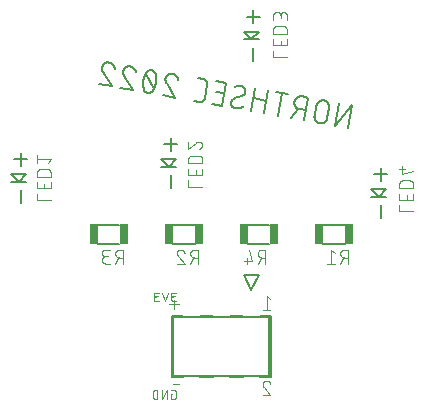
<source format=gbr>
G04 EAGLE Gerber RS-274X export*
G75*
%MOMM*%
%FSLAX34Y34*%
%LPD*%
%INSilkscreen Bottom*%
%IPPOS*%
%AMOC8*
5,1,8,0,0,1.08239X$1,22.5*%
G01*
%ADD10C,0.152400*%
%ADD11C,0.203200*%
%ADD12C,0.076200*%
%ADD13C,0.177800*%
%ADD14C,0.101600*%
%ADD15R,0.750100X1.750100*%


D10*
X115993Y305562D02*
X115993Y316738D01*
X242993Y318262D02*
X242993Y329438D01*
X420793Y304038D02*
X420793Y292862D01*
X312843Y426212D02*
X312843Y437388D01*
X312843Y457962D02*
X312843Y469138D01*
X307255Y463550D02*
X318431Y463550D01*
X420793Y335788D02*
X420793Y324612D01*
X415205Y330200D02*
X426381Y330200D01*
X242993Y350012D02*
X242993Y361188D01*
X237405Y355600D02*
X248581Y355600D01*
X115993Y348488D02*
X115993Y337312D01*
X110405Y342900D02*
X121581Y342900D01*
D11*
X120650Y330200D02*
X114300Y323850D01*
X107950Y330200D01*
X120650Y330200D01*
X241300Y336550D02*
X247650Y342900D01*
X241300Y336550D02*
X234950Y342900D01*
X247650Y342900D01*
X419100Y311150D02*
X425450Y317500D01*
X419100Y311150D02*
X412750Y317500D01*
X425450Y317500D01*
X311150Y444500D02*
X317500Y450850D01*
X311150Y444500D02*
X304800Y450850D01*
X317500Y450850D01*
X317500Y444500D02*
X304800Y444500D01*
X412750Y311150D02*
X425450Y311150D01*
X247650Y336550D02*
X234950Y336550D01*
X120650Y323850D02*
X107950Y323850D01*
D12*
X245223Y222631D02*
X247269Y222631D01*
X245223Y222631D02*
X245134Y222633D01*
X245045Y222639D01*
X244956Y222649D01*
X244868Y222662D01*
X244780Y222679D01*
X244693Y222701D01*
X244608Y222726D01*
X244523Y222754D01*
X244440Y222787D01*
X244358Y222823D01*
X244278Y222862D01*
X244200Y222905D01*
X244124Y222951D01*
X244049Y223001D01*
X243977Y223054D01*
X243908Y223110D01*
X243841Y223169D01*
X243776Y223230D01*
X243715Y223295D01*
X243656Y223362D01*
X243600Y223431D01*
X243547Y223503D01*
X243497Y223578D01*
X243451Y223654D01*
X243408Y223732D01*
X243369Y223812D01*
X243333Y223894D01*
X243300Y223977D01*
X243272Y224062D01*
X243247Y224147D01*
X243225Y224234D01*
X243208Y224322D01*
X243195Y224410D01*
X243185Y224499D01*
X243179Y224588D01*
X243177Y224677D01*
X243179Y224766D01*
X243185Y224855D01*
X243195Y224944D01*
X243208Y225032D01*
X243225Y225120D01*
X243247Y225207D01*
X243272Y225292D01*
X243300Y225377D01*
X243333Y225460D01*
X243369Y225542D01*
X243408Y225622D01*
X243451Y225700D01*
X243497Y225776D01*
X243547Y225851D01*
X243600Y225923D01*
X243656Y225992D01*
X243715Y226059D01*
X243776Y226124D01*
X243841Y226185D01*
X243908Y226244D01*
X243977Y226300D01*
X244049Y226353D01*
X244124Y226403D01*
X244200Y226449D01*
X244278Y226492D01*
X244358Y226531D01*
X244440Y226567D01*
X244523Y226600D01*
X244608Y226628D01*
X244693Y226653D01*
X244780Y226675D01*
X244868Y226692D01*
X244956Y226705D01*
X245045Y226715D01*
X245134Y226721D01*
X245223Y226723D01*
X244814Y229997D02*
X247269Y229997D01*
X244814Y229997D02*
X244735Y229995D01*
X244656Y229989D01*
X244577Y229980D01*
X244499Y229967D01*
X244422Y229949D01*
X244346Y229929D01*
X244271Y229904D01*
X244197Y229876D01*
X244124Y229845D01*
X244053Y229809D01*
X243984Y229771D01*
X243917Y229729D01*
X243852Y229684D01*
X243789Y229636D01*
X243728Y229585D01*
X243671Y229531D01*
X243615Y229475D01*
X243563Y229416D01*
X243513Y229354D01*
X243467Y229290D01*
X243423Y229224D01*
X243383Y229156D01*
X243347Y229086D01*
X243313Y229014D01*
X243283Y228940D01*
X243257Y228866D01*
X243234Y228790D01*
X243216Y228713D01*
X243200Y228636D01*
X243189Y228557D01*
X243181Y228479D01*
X243177Y228400D01*
X243177Y228320D01*
X243181Y228241D01*
X243189Y228163D01*
X243200Y228084D01*
X243216Y228007D01*
X243234Y227930D01*
X243257Y227854D01*
X243283Y227780D01*
X243313Y227706D01*
X243347Y227634D01*
X243383Y227564D01*
X243423Y227496D01*
X243467Y227430D01*
X243513Y227366D01*
X243563Y227304D01*
X243615Y227245D01*
X243671Y227189D01*
X243728Y227135D01*
X243789Y227084D01*
X243852Y227036D01*
X243917Y226991D01*
X243984Y226949D01*
X244053Y226911D01*
X244124Y226875D01*
X244197Y226844D01*
X244271Y226816D01*
X244346Y226791D01*
X244422Y226771D01*
X244499Y226753D01*
X244577Y226740D01*
X244656Y226731D01*
X244735Y226725D01*
X244814Y226723D01*
X246451Y226723D01*
X240363Y229997D02*
X237908Y222631D01*
X235452Y229997D01*
X232639Y222631D02*
X230593Y222631D01*
X230504Y222633D01*
X230415Y222639D01*
X230326Y222649D01*
X230238Y222662D01*
X230150Y222679D01*
X230063Y222701D01*
X229978Y222726D01*
X229893Y222754D01*
X229810Y222787D01*
X229728Y222823D01*
X229648Y222862D01*
X229570Y222905D01*
X229494Y222951D01*
X229419Y223001D01*
X229347Y223054D01*
X229278Y223110D01*
X229211Y223169D01*
X229146Y223230D01*
X229085Y223295D01*
X229026Y223362D01*
X228970Y223431D01*
X228917Y223503D01*
X228867Y223578D01*
X228821Y223654D01*
X228778Y223732D01*
X228739Y223812D01*
X228703Y223894D01*
X228670Y223977D01*
X228642Y224062D01*
X228617Y224147D01*
X228595Y224234D01*
X228578Y224322D01*
X228565Y224410D01*
X228555Y224499D01*
X228549Y224588D01*
X228547Y224677D01*
X228549Y224766D01*
X228555Y224855D01*
X228565Y224944D01*
X228578Y225032D01*
X228595Y225120D01*
X228617Y225207D01*
X228642Y225292D01*
X228670Y225377D01*
X228703Y225460D01*
X228739Y225542D01*
X228778Y225622D01*
X228821Y225700D01*
X228867Y225776D01*
X228917Y225851D01*
X228970Y225923D01*
X229026Y225992D01*
X229085Y226059D01*
X229146Y226124D01*
X229211Y226185D01*
X229278Y226244D01*
X229347Y226300D01*
X229419Y226353D01*
X229494Y226403D01*
X229570Y226449D01*
X229648Y226492D01*
X229728Y226531D01*
X229810Y226567D01*
X229893Y226600D01*
X229978Y226628D01*
X230063Y226653D01*
X230150Y226675D01*
X230238Y226692D01*
X230326Y226705D01*
X230415Y226715D01*
X230504Y226721D01*
X230593Y226723D01*
X230183Y229997D02*
X232639Y229997D01*
X230183Y229997D02*
X230104Y229995D01*
X230025Y229989D01*
X229946Y229980D01*
X229868Y229967D01*
X229791Y229949D01*
X229715Y229929D01*
X229640Y229904D01*
X229566Y229876D01*
X229493Y229845D01*
X229422Y229809D01*
X229353Y229771D01*
X229286Y229729D01*
X229221Y229684D01*
X229158Y229636D01*
X229097Y229585D01*
X229040Y229531D01*
X228984Y229475D01*
X228932Y229416D01*
X228882Y229354D01*
X228836Y229290D01*
X228792Y229224D01*
X228752Y229156D01*
X228716Y229086D01*
X228682Y229014D01*
X228652Y228940D01*
X228626Y228866D01*
X228603Y228790D01*
X228585Y228713D01*
X228569Y228636D01*
X228558Y228557D01*
X228550Y228479D01*
X228546Y228400D01*
X228546Y228320D01*
X228550Y228241D01*
X228558Y228163D01*
X228569Y228084D01*
X228585Y228007D01*
X228603Y227930D01*
X228626Y227854D01*
X228652Y227780D01*
X228682Y227706D01*
X228716Y227634D01*
X228752Y227564D01*
X228792Y227496D01*
X228836Y227430D01*
X228882Y227366D01*
X228932Y227304D01*
X228984Y227245D01*
X229040Y227189D01*
X229097Y227135D01*
X229158Y227084D01*
X229221Y227036D01*
X229286Y226991D01*
X229353Y226949D01*
X229422Y226911D01*
X229493Y226875D01*
X229566Y226844D01*
X229640Y226816D01*
X229715Y226791D01*
X229791Y226771D01*
X229868Y226753D01*
X229946Y226740D01*
X230025Y226731D01*
X230104Y226725D01*
X230183Y226723D01*
X231820Y226723D01*
X243177Y144173D02*
X244404Y144173D01*
X243177Y144173D02*
X243177Y140081D01*
X245632Y140081D01*
X245710Y140083D01*
X245788Y140088D01*
X245865Y140098D01*
X245942Y140111D01*
X246018Y140127D01*
X246093Y140147D01*
X246167Y140171D01*
X246240Y140198D01*
X246312Y140229D01*
X246382Y140263D01*
X246451Y140300D01*
X246517Y140341D01*
X246582Y140385D01*
X246644Y140431D01*
X246704Y140481D01*
X246762Y140533D01*
X246817Y140588D01*
X246869Y140646D01*
X246919Y140706D01*
X246965Y140768D01*
X247009Y140833D01*
X247050Y140900D01*
X247087Y140968D01*
X247121Y141038D01*
X247152Y141110D01*
X247179Y141183D01*
X247203Y141257D01*
X247223Y141332D01*
X247239Y141408D01*
X247252Y141485D01*
X247262Y141562D01*
X247267Y141640D01*
X247269Y141718D01*
X247269Y145810D01*
X247267Y145888D01*
X247262Y145966D01*
X247252Y146043D01*
X247239Y146120D01*
X247223Y146196D01*
X247203Y146271D01*
X247179Y146345D01*
X247152Y146418D01*
X247121Y146490D01*
X247087Y146560D01*
X247050Y146629D01*
X247009Y146695D01*
X246965Y146760D01*
X246919Y146822D01*
X246869Y146882D01*
X246817Y146940D01*
X246762Y146995D01*
X246704Y147047D01*
X246644Y147097D01*
X246582Y147143D01*
X246517Y147187D01*
X246451Y147228D01*
X246382Y147265D01*
X246312Y147299D01*
X246240Y147330D01*
X246167Y147357D01*
X246093Y147381D01*
X246018Y147401D01*
X245942Y147417D01*
X245865Y147430D01*
X245788Y147440D01*
X245710Y147445D01*
X245632Y147447D01*
X243177Y147447D01*
X239466Y147447D02*
X239466Y140081D01*
X235374Y140081D02*
X239466Y147447D01*
X235374Y147447D02*
X235374Y140081D01*
X231663Y140081D02*
X231663Y147447D01*
X229617Y147447D01*
X229528Y147445D01*
X229439Y147439D01*
X229350Y147429D01*
X229262Y147416D01*
X229174Y147399D01*
X229087Y147377D01*
X229002Y147352D01*
X228917Y147324D01*
X228834Y147291D01*
X228752Y147255D01*
X228672Y147216D01*
X228594Y147173D01*
X228518Y147127D01*
X228443Y147077D01*
X228371Y147024D01*
X228302Y146968D01*
X228235Y146909D01*
X228170Y146848D01*
X228109Y146783D01*
X228050Y146716D01*
X227994Y146647D01*
X227941Y146575D01*
X227891Y146500D01*
X227845Y146424D01*
X227802Y146346D01*
X227763Y146266D01*
X227727Y146184D01*
X227694Y146101D01*
X227666Y146016D01*
X227641Y145931D01*
X227619Y145844D01*
X227602Y145756D01*
X227589Y145668D01*
X227579Y145579D01*
X227573Y145490D01*
X227571Y145401D01*
X227571Y142127D01*
X227573Y142038D01*
X227579Y141949D01*
X227589Y141860D01*
X227602Y141772D01*
X227619Y141684D01*
X227641Y141597D01*
X227666Y141512D01*
X227694Y141427D01*
X227727Y141344D01*
X227763Y141262D01*
X227802Y141182D01*
X227845Y141104D01*
X227891Y141028D01*
X227941Y140953D01*
X227994Y140881D01*
X228050Y140812D01*
X228109Y140745D01*
X228170Y140680D01*
X228235Y140619D01*
X228302Y140560D01*
X228371Y140504D01*
X228443Y140451D01*
X228518Y140401D01*
X228594Y140355D01*
X228672Y140312D01*
X228752Y140273D01*
X228834Y140237D01*
X228917Y140204D01*
X229002Y140176D01*
X229087Y140151D01*
X229174Y140129D01*
X229262Y140112D01*
X229350Y140099D01*
X229439Y140089D01*
X229528Y140083D01*
X229617Y140081D01*
X231663Y140081D01*
D13*
X392979Y369330D02*
X396375Y388591D01*
X382278Y371217D01*
X385675Y390477D01*
X376923Y386504D02*
X375413Y377944D01*
X376922Y386504D02*
X376946Y386648D01*
X376965Y386792D01*
X376981Y386937D01*
X376993Y387083D01*
X377001Y387228D01*
X377005Y387374D01*
X377005Y387520D01*
X377001Y387666D01*
X376993Y387811D01*
X376981Y387957D01*
X376965Y388102D01*
X376946Y388246D01*
X376922Y388390D01*
X376895Y388534D01*
X376864Y388676D01*
X376829Y388818D01*
X376790Y388959D01*
X376748Y389098D01*
X376702Y389236D01*
X376652Y389374D01*
X376598Y389509D01*
X376541Y389643D01*
X376480Y389776D01*
X376416Y389907D01*
X376348Y390036D01*
X376277Y390163D01*
X376202Y390289D01*
X376125Y390412D01*
X376043Y390533D01*
X375959Y390652D01*
X375871Y390769D01*
X375780Y390883D01*
X375687Y390995D01*
X375590Y391104D01*
X375490Y391211D01*
X375388Y391314D01*
X375283Y391415D01*
X375175Y391514D01*
X375064Y391609D01*
X374951Y391701D01*
X374836Y391790D01*
X374718Y391876D01*
X374598Y391959D01*
X374476Y392039D01*
X374351Y392115D01*
X374225Y392188D01*
X374097Y392258D01*
X373967Y392324D01*
X373835Y392386D01*
X373702Y392445D01*
X373567Y392501D01*
X373430Y392552D01*
X373292Y392600D01*
X373153Y392645D01*
X373013Y392685D01*
X372872Y392722D01*
X372730Y392755D01*
X372587Y392784D01*
X372444Y392810D01*
X372299Y392831D01*
X372154Y392849D01*
X372009Y392862D01*
X371864Y392872D01*
X371718Y392878D01*
X371572Y392880D01*
X371426Y392878D01*
X371280Y392872D01*
X371135Y392862D01*
X370990Y392849D01*
X370845Y392831D01*
X370700Y392810D01*
X370557Y392784D01*
X370414Y392755D01*
X370272Y392722D01*
X370131Y392685D01*
X369991Y392645D01*
X369852Y392600D01*
X369714Y392552D01*
X369577Y392501D01*
X369442Y392445D01*
X369309Y392386D01*
X369177Y392324D01*
X369047Y392258D01*
X368919Y392188D01*
X368793Y392115D01*
X368668Y392039D01*
X368546Y391959D01*
X368426Y391876D01*
X368308Y391790D01*
X368193Y391701D01*
X368080Y391609D01*
X367969Y391514D01*
X367861Y391415D01*
X367756Y391314D01*
X367654Y391211D01*
X367554Y391104D01*
X367457Y390995D01*
X367364Y390883D01*
X367273Y390769D01*
X367185Y390652D01*
X367101Y390533D01*
X367019Y390412D01*
X366942Y390289D01*
X366867Y390163D01*
X366796Y390036D01*
X366728Y389907D01*
X366664Y389776D01*
X366603Y389643D01*
X366546Y389509D01*
X366492Y389374D01*
X366442Y389236D01*
X366396Y389098D01*
X366354Y388959D01*
X366315Y388818D01*
X366280Y388676D01*
X366249Y388534D01*
X366222Y388390D01*
X366222Y388391D02*
X364713Y379830D01*
X364689Y379686D01*
X364670Y379542D01*
X364654Y379397D01*
X364642Y379251D01*
X364634Y379106D01*
X364630Y378960D01*
X364630Y378814D01*
X364634Y378668D01*
X364642Y378523D01*
X364654Y378377D01*
X364670Y378232D01*
X364689Y378088D01*
X364713Y377944D01*
X364740Y377800D01*
X364771Y377658D01*
X364806Y377516D01*
X364845Y377375D01*
X364887Y377236D01*
X364933Y377098D01*
X364983Y376960D01*
X365037Y376825D01*
X365094Y376691D01*
X365155Y376558D01*
X365219Y376427D01*
X365287Y376298D01*
X365358Y376171D01*
X365433Y376045D01*
X365510Y375922D01*
X365592Y375801D01*
X365676Y375682D01*
X365764Y375565D01*
X365855Y375451D01*
X365948Y375339D01*
X366045Y375230D01*
X366145Y375123D01*
X366247Y375020D01*
X366352Y374919D01*
X366460Y374820D01*
X366571Y374725D01*
X366684Y374633D01*
X366799Y374544D01*
X366917Y374458D01*
X367037Y374375D01*
X367159Y374295D01*
X367284Y374219D01*
X367410Y374146D01*
X367538Y374076D01*
X367668Y374010D01*
X367800Y373948D01*
X367933Y373889D01*
X368068Y373833D01*
X368205Y373782D01*
X368343Y373734D01*
X368482Y373689D01*
X368622Y373649D01*
X368763Y373612D01*
X368905Y373579D01*
X369048Y373550D01*
X369191Y373524D01*
X369336Y373503D01*
X369481Y373485D01*
X369626Y373472D01*
X369771Y373462D01*
X369917Y373456D01*
X370063Y373454D01*
X370209Y373456D01*
X370355Y373462D01*
X370500Y373472D01*
X370645Y373485D01*
X370790Y373503D01*
X370935Y373524D01*
X371078Y373550D01*
X371221Y373579D01*
X371363Y373612D01*
X371504Y373649D01*
X371644Y373689D01*
X371783Y373734D01*
X371921Y373782D01*
X372058Y373833D01*
X372193Y373889D01*
X372326Y373948D01*
X372458Y374010D01*
X372588Y374076D01*
X372716Y374146D01*
X372842Y374219D01*
X372967Y374295D01*
X373089Y374375D01*
X373209Y374458D01*
X373327Y374544D01*
X373442Y374633D01*
X373555Y374725D01*
X373666Y374820D01*
X373774Y374919D01*
X373879Y375020D01*
X373981Y375123D01*
X374081Y375230D01*
X374178Y375339D01*
X374271Y375451D01*
X374362Y375565D01*
X374450Y375682D01*
X374534Y375801D01*
X374616Y375922D01*
X374693Y376045D01*
X374768Y376171D01*
X374839Y376298D01*
X374907Y376427D01*
X374971Y376558D01*
X375032Y376691D01*
X375089Y376825D01*
X375143Y376960D01*
X375193Y377098D01*
X375239Y377236D01*
X375281Y377375D01*
X375320Y377516D01*
X375355Y377658D01*
X375386Y377800D01*
X375413Y377944D01*
X355878Y375872D02*
X359274Y395133D01*
X353924Y396076D01*
X353923Y396076D02*
X353779Y396100D01*
X353635Y396119D01*
X353490Y396135D01*
X353344Y396147D01*
X353199Y396155D01*
X353053Y396159D01*
X352907Y396159D01*
X352761Y396155D01*
X352616Y396147D01*
X352470Y396135D01*
X352325Y396119D01*
X352181Y396100D01*
X352037Y396076D01*
X351893Y396049D01*
X351751Y396018D01*
X351609Y395983D01*
X351468Y395944D01*
X351329Y395902D01*
X351191Y395856D01*
X351053Y395806D01*
X350918Y395752D01*
X350784Y395695D01*
X350651Y395634D01*
X350520Y395570D01*
X350391Y395502D01*
X350264Y395431D01*
X350138Y395356D01*
X350015Y395279D01*
X349894Y395197D01*
X349775Y395113D01*
X349658Y395025D01*
X349544Y394934D01*
X349432Y394841D01*
X349323Y394744D01*
X349216Y394644D01*
X349113Y394542D01*
X349012Y394437D01*
X348913Y394329D01*
X348818Y394218D01*
X348726Y394105D01*
X348637Y393990D01*
X348551Y393872D01*
X348468Y393752D01*
X348388Y393630D01*
X348312Y393505D01*
X348239Y393379D01*
X348169Y393251D01*
X348103Y393121D01*
X348041Y392989D01*
X347982Y392856D01*
X347926Y392721D01*
X347875Y392584D01*
X347827Y392446D01*
X347782Y392307D01*
X347742Y392167D01*
X347705Y392026D01*
X347672Y391884D01*
X347643Y391741D01*
X347617Y391598D01*
X347596Y391453D01*
X347578Y391308D01*
X347565Y391163D01*
X347555Y391018D01*
X347549Y390872D01*
X347547Y390726D01*
X347549Y390580D01*
X347555Y390434D01*
X347565Y390289D01*
X347578Y390144D01*
X347596Y389999D01*
X347617Y389854D01*
X347643Y389711D01*
X347672Y389568D01*
X347705Y389426D01*
X347742Y389285D01*
X347782Y389145D01*
X347827Y389006D01*
X347875Y388868D01*
X347926Y388731D01*
X347982Y388596D01*
X348041Y388463D01*
X348103Y388331D01*
X348169Y388201D01*
X348239Y388073D01*
X348312Y387947D01*
X348388Y387822D01*
X348468Y387700D01*
X348551Y387580D01*
X348637Y387462D01*
X348726Y387347D01*
X348818Y387234D01*
X348913Y387123D01*
X349012Y387015D01*
X349113Y386910D01*
X349216Y386808D01*
X349323Y386708D01*
X349432Y386611D01*
X349544Y386518D01*
X349658Y386427D01*
X349775Y386339D01*
X349894Y386255D01*
X350015Y386173D01*
X350138Y386096D01*
X350264Y386021D01*
X350391Y385950D01*
X350520Y385882D01*
X350651Y385818D01*
X350784Y385757D01*
X350918Y385700D01*
X351053Y385646D01*
X351191Y385596D01*
X351329Y385550D01*
X351468Y385508D01*
X351609Y385469D01*
X351751Y385434D01*
X351893Y385403D01*
X352037Y385376D01*
X352037Y385375D02*
X357387Y384432D01*
X350967Y385564D02*
X345177Y377758D01*
X333892Y379748D02*
X337289Y399009D01*
X342639Y398066D02*
X331938Y399952D01*
X325324Y401119D02*
X321928Y381858D01*
X323814Y392558D02*
X313114Y394445D01*
X314623Y403006D02*
X311227Y383745D01*
X297595Y386149D02*
X297466Y386174D01*
X297338Y386202D01*
X297211Y386235D01*
X297085Y386271D01*
X296960Y386311D01*
X296836Y386355D01*
X296714Y386403D01*
X296593Y386454D01*
X296474Y386509D01*
X296356Y386567D01*
X296240Y386629D01*
X296127Y386695D01*
X296015Y386764D01*
X295905Y386836D01*
X295798Y386911D01*
X295693Y386990D01*
X295590Y387072D01*
X295490Y387157D01*
X295392Y387245D01*
X295298Y387335D01*
X295206Y387429D01*
X295116Y387525D01*
X295030Y387624D01*
X294947Y387726D01*
X294867Y387830D01*
X294790Y387936D01*
X294716Y388045D01*
X294646Y388156D01*
X294579Y388269D01*
X294515Y388384D01*
X294455Y388500D01*
X294399Y388619D01*
X294346Y388739D01*
X294297Y388861D01*
X294251Y388984D01*
X294210Y389108D01*
X294172Y389234D01*
X294137Y389361D01*
X294107Y389488D01*
X294081Y389617D01*
X294058Y389746D01*
X294039Y389876D01*
X294025Y390007D01*
X294014Y390137D01*
X294007Y390269D01*
X294004Y390400D01*
X294005Y390531D01*
X294010Y390662D01*
X294019Y390793D01*
X294032Y390924D01*
X294049Y391054D01*
X294070Y391184D01*
X297596Y386149D02*
X297812Y386113D01*
X298030Y386083D01*
X298248Y386057D01*
X298467Y386038D01*
X298686Y386023D01*
X298906Y386013D01*
X299125Y386009D01*
X299345Y386010D01*
X299564Y386017D01*
X299784Y386028D01*
X300003Y386045D01*
X300221Y386067D01*
X300439Y386094D01*
X300657Y386127D01*
X300873Y386165D01*
X301089Y386207D01*
X301303Y386255D01*
X301516Y386309D01*
X301728Y386367D01*
X301938Y386430D01*
X302147Y386498D01*
X302354Y386571D01*
X302559Y386650D01*
X302763Y386733D01*
X302964Y386821D01*
X303163Y386913D01*
X303360Y387011D01*
X303555Y387113D01*
X303747Y387220D01*
X303936Y387331D01*
X304123Y387447D01*
X304307Y387567D01*
X304488Y387692D01*
X306122Y400091D02*
X306143Y400221D01*
X306160Y400351D01*
X306173Y400482D01*
X306182Y400613D01*
X306187Y400744D01*
X306188Y400875D01*
X306185Y401006D01*
X306178Y401138D01*
X306167Y401268D01*
X306153Y401399D01*
X306134Y401529D01*
X306111Y401658D01*
X306085Y401787D01*
X306055Y401914D01*
X306020Y402041D01*
X305982Y402167D01*
X305941Y402291D01*
X305895Y402414D01*
X305846Y402536D01*
X305793Y402656D01*
X305737Y402775D01*
X305677Y402891D01*
X305613Y403006D01*
X305546Y403119D01*
X305476Y403230D01*
X305402Y403339D01*
X305325Y403445D01*
X305245Y403549D01*
X305162Y403651D01*
X305076Y403750D01*
X304986Y403846D01*
X304894Y403940D01*
X304800Y404030D01*
X304702Y404118D01*
X304602Y404203D01*
X304499Y404285D01*
X304394Y404364D01*
X304287Y404439D01*
X304177Y404511D01*
X304065Y404580D01*
X303952Y404646D01*
X303836Y404708D01*
X303718Y404766D01*
X303599Y404821D01*
X303478Y404872D01*
X303356Y404920D01*
X303232Y404964D01*
X303107Y405004D01*
X302981Y405040D01*
X302854Y405073D01*
X302726Y405101D01*
X302597Y405126D01*
X302596Y405126D02*
X302405Y405158D01*
X302212Y405184D01*
X302019Y405207D01*
X301826Y405224D01*
X301632Y405238D01*
X301438Y405246D01*
X301244Y405250D01*
X301050Y405249D01*
X300855Y405243D01*
X300661Y405233D01*
X300468Y405219D01*
X300275Y405199D01*
X300082Y405176D01*
X299890Y405147D01*
X299698Y405114D01*
X299508Y405076D01*
X299318Y405034D01*
X299130Y404988D01*
X298942Y404936D01*
X298756Y404881D01*
X298571Y404821D01*
X298388Y404756D01*
X298206Y404688D01*
X298027Y404615D01*
X297848Y404537D01*
X297672Y404456D01*
X297498Y404370D01*
X303322Y396724D02*
X303444Y396772D01*
X303564Y396823D01*
X303683Y396878D01*
X303800Y396936D01*
X303916Y396998D01*
X304029Y397063D01*
X304141Y397131D01*
X304250Y397203D01*
X304358Y397278D01*
X304463Y397356D01*
X304565Y397438D01*
X304665Y397522D01*
X304763Y397609D01*
X304858Y397699D01*
X304950Y397792D01*
X305040Y397888D01*
X305127Y397986D01*
X305210Y398086D01*
X305291Y398190D01*
X305369Y398295D01*
X305443Y398403D01*
X305514Y398513D01*
X305582Y398625D01*
X305647Y398739D01*
X305708Y398854D01*
X305766Y398972D01*
X305820Y399091D01*
X305871Y399212D01*
X305918Y399334D01*
X305961Y399458D01*
X306001Y399582D01*
X306037Y399708D01*
X306069Y399835D01*
X306097Y399963D01*
X306122Y400092D01*
X296870Y394551D02*
X296748Y394503D01*
X296628Y394452D01*
X296509Y394397D01*
X296392Y394339D01*
X296276Y394277D01*
X296163Y394212D01*
X296051Y394144D01*
X295942Y394072D01*
X295835Y393997D01*
X295729Y393919D01*
X295627Y393837D01*
X295527Y393753D01*
X295429Y393666D01*
X295334Y393576D01*
X295242Y393483D01*
X295152Y393387D01*
X295065Y393289D01*
X294982Y393189D01*
X294901Y393085D01*
X294823Y392980D01*
X294749Y392872D01*
X294678Y392762D01*
X294610Y392650D01*
X294545Y392536D01*
X294484Y392421D01*
X294426Y392303D01*
X294372Y392184D01*
X294321Y392063D01*
X294274Y391941D01*
X294231Y391817D01*
X294191Y391693D01*
X294155Y391567D01*
X294123Y391440D01*
X294095Y391312D01*
X294070Y391184D01*
X296870Y394551D02*
X303321Y396723D01*
X286074Y388180D02*
X277514Y389689D01*
X286074Y388180D02*
X289470Y407441D01*
X280910Y408950D01*
X281541Y400012D02*
X287961Y398880D01*
X266930Y391555D02*
X262650Y392310D01*
X266930Y391555D02*
X267057Y391535D01*
X267185Y391518D01*
X267313Y391505D01*
X267442Y391496D01*
X267571Y391491D01*
X267699Y391489D01*
X267828Y391491D01*
X267957Y391498D01*
X268085Y391507D01*
X268213Y391521D01*
X268341Y391539D01*
X268468Y391560D01*
X268594Y391585D01*
X268720Y391614D01*
X268844Y391646D01*
X268968Y391683D01*
X269090Y391723D01*
X269212Y391766D01*
X269332Y391813D01*
X269450Y391864D01*
X269567Y391918D01*
X269682Y391975D01*
X269796Y392036D01*
X269907Y392100D01*
X270017Y392168D01*
X270125Y392238D01*
X270230Y392312D01*
X270334Y392389D01*
X270434Y392469D01*
X270533Y392552D01*
X270629Y392638D01*
X270722Y392727D01*
X270813Y392818D01*
X270901Y392912D01*
X270986Y393009D01*
X271069Y393108D01*
X271148Y393209D01*
X271224Y393313D01*
X271298Y393419D01*
X271368Y393527D01*
X271434Y393637D01*
X271498Y393749D01*
X271558Y393863D01*
X271615Y393979D01*
X271668Y394096D01*
X271718Y394215D01*
X271764Y394335D01*
X271807Y394457D01*
X271846Y394579D01*
X271881Y394703D01*
X271913Y394828D01*
X271941Y394954D01*
X271965Y395080D01*
X271965Y395081D02*
X273852Y405781D01*
X273851Y405781D02*
X273872Y405911D01*
X273889Y406041D01*
X273902Y406172D01*
X273911Y406303D01*
X273916Y406434D01*
X273917Y406565D01*
X273914Y406696D01*
X273907Y406828D01*
X273896Y406958D01*
X273882Y407089D01*
X273863Y407219D01*
X273840Y407348D01*
X273814Y407477D01*
X273784Y407604D01*
X273749Y407731D01*
X273711Y407857D01*
X273670Y407981D01*
X273624Y408104D01*
X273575Y408226D01*
X273522Y408346D01*
X273466Y408465D01*
X273406Y408581D01*
X273342Y408696D01*
X273275Y408809D01*
X273205Y408920D01*
X273131Y409029D01*
X273054Y409135D01*
X272974Y409239D01*
X272891Y409341D01*
X272805Y409440D01*
X272715Y409536D01*
X272623Y409630D01*
X272529Y409720D01*
X272431Y409808D01*
X272331Y409893D01*
X272228Y409975D01*
X272123Y410054D01*
X272016Y410129D01*
X271906Y410201D01*
X271794Y410270D01*
X271681Y410336D01*
X271565Y410398D01*
X271447Y410456D01*
X271328Y410511D01*
X271207Y410562D01*
X271085Y410610D01*
X270961Y410654D01*
X270836Y410694D01*
X270710Y410730D01*
X270583Y410763D01*
X270455Y410791D01*
X270326Y410816D01*
X266046Y411571D01*
X244208Y415422D02*
X244070Y415444D01*
X243932Y415462D01*
X243793Y415477D01*
X243654Y415487D01*
X243514Y415494D01*
X243374Y415496D01*
X243235Y415494D01*
X243095Y415489D01*
X242956Y415479D01*
X242817Y415466D01*
X242678Y415448D01*
X242540Y415427D01*
X242403Y415402D01*
X242267Y415372D01*
X242131Y415339D01*
X241996Y415302D01*
X241863Y415261D01*
X241730Y415217D01*
X241599Y415168D01*
X241470Y415116D01*
X241342Y415061D01*
X241215Y415001D01*
X241091Y414938D01*
X240968Y414872D01*
X240847Y414802D01*
X240728Y414728D01*
X240612Y414651D01*
X240497Y414571D01*
X240385Y414488D01*
X240276Y414401D01*
X240168Y414312D01*
X240064Y414219D01*
X239962Y414124D01*
X239863Y414025D01*
X239767Y413924D01*
X239674Y413820D01*
X239583Y413713D01*
X239496Y413604D01*
X239412Y413493D01*
X239331Y413379D01*
X239254Y413263D01*
X239179Y413144D01*
X239109Y413024D01*
X239041Y412902D01*
X238978Y412778D01*
X238917Y412652D01*
X238861Y412524D01*
X238808Y412395D01*
X238759Y412264D01*
X238713Y412132D01*
X238671Y411999D01*
X238634Y411864D01*
X238600Y411729D01*
X238570Y411592D01*
X238543Y411455D01*
X244208Y415422D02*
X244360Y415393D01*
X244511Y415360D01*
X244662Y415324D01*
X244812Y415284D01*
X244960Y415240D01*
X245108Y415193D01*
X245254Y415142D01*
X245399Y415088D01*
X245543Y415030D01*
X245685Y414968D01*
X245826Y414903D01*
X245964Y414835D01*
X246102Y414763D01*
X246237Y414687D01*
X246371Y414609D01*
X246502Y414527D01*
X246632Y414442D01*
X246759Y414354D01*
X246884Y414262D01*
X247007Y414168D01*
X247127Y414070D01*
X247245Y413970D01*
X247361Y413867D01*
X247474Y413761D01*
X247584Y413652D01*
X247691Y413541D01*
X247796Y413426D01*
X247898Y413310D01*
X247997Y413191D01*
X248093Y413069D01*
X248186Y412945D01*
X248276Y412819D01*
X248363Y412691D01*
X248447Y412560D01*
X248527Y412428D01*
X248604Y412294D01*
X248678Y412157D01*
X248748Y412019D01*
X248815Y411880D01*
X248879Y411738D01*
X248939Y411596D01*
X248995Y411451D01*
X249048Y411306D01*
X249097Y411159D01*
X249143Y411011D01*
X249185Y410862D01*
X249223Y410712D01*
X249258Y410561D01*
X249288Y410409D01*
X249315Y410256D01*
X249339Y410103D01*
X239488Y407427D02*
X239406Y407542D01*
X239326Y407659D01*
X239250Y407779D01*
X239177Y407900D01*
X239108Y408024D01*
X239041Y408149D01*
X238978Y408276D01*
X238919Y408405D01*
X238863Y408535D01*
X238811Y408667D01*
X238762Y408800D01*
X238716Y408934D01*
X238675Y409070D01*
X238637Y409206D01*
X238603Y409344D01*
X238572Y409482D01*
X238545Y409622D01*
X238522Y409761D01*
X238503Y409902D01*
X238488Y410043D01*
X238476Y410184D01*
X238469Y410326D01*
X238465Y410467D01*
X238464Y410609D01*
X238468Y410751D01*
X238476Y410892D01*
X238487Y411034D01*
X238502Y411175D01*
X238521Y411315D01*
X238544Y411455D01*
X239488Y407427D02*
X246697Y395123D01*
X235996Y397010D01*
X230483Y407911D02*
X230545Y408291D01*
X230599Y408672D01*
X230643Y409054D01*
X230678Y409437D01*
X230703Y409821D01*
X230720Y410206D01*
X230728Y410590D01*
X230726Y410975D01*
X230715Y411360D01*
X230695Y411744D01*
X230666Y412128D01*
X230627Y412511D01*
X230580Y412892D01*
X230523Y413273D01*
X230457Y413652D01*
X230382Y414030D01*
X230299Y414405D01*
X230206Y414779D01*
X230104Y415150D01*
X230083Y415272D01*
X230058Y415395D01*
X230029Y415516D01*
X229997Y415636D01*
X229960Y415755D01*
X229920Y415874D01*
X229877Y415990D01*
X229830Y416106D01*
X229779Y416220D01*
X229725Y416332D01*
X229667Y416442D01*
X229606Y416551D01*
X229541Y416658D01*
X229474Y416762D01*
X229403Y416865D01*
X229328Y416965D01*
X229251Y417063D01*
X229171Y417158D01*
X229088Y417251D01*
X229002Y417342D01*
X228913Y417429D01*
X228822Y417514D01*
X228728Y417596D01*
X228632Y417675D01*
X228533Y417751D01*
X228432Y417824D01*
X228328Y417894D01*
X228223Y417960D01*
X228115Y418023D01*
X228006Y418083D01*
X227895Y418139D01*
X227782Y418192D01*
X227667Y418242D01*
X227551Y418287D01*
X227434Y418330D01*
X227316Y418368D01*
X227196Y418403D01*
X227075Y418434D01*
X226953Y418461D01*
X226831Y418485D01*
X226708Y418505D01*
X226584Y418521D01*
X226460Y418533D01*
X226336Y418541D01*
X226211Y418545D01*
X226087Y418546D01*
X225962Y418542D01*
X225838Y418535D01*
X225713Y418524D01*
X225590Y418509D01*
X225466Y418490D01*
X225344Y418468D01*
X225222Y418441D01*
X225101Y418411D01*
X224981Y418377D01*
X224862Y418340D01*
X224744Y418299D01*
X224628Y418254D01*
X224513Y418205D01*
X224400Y418153D01*
X224288Y418098D01*
X224178Y418039D01*
X224070Y417977D01*
X223964Y417911D01*
X223861Y417842D01*
X223759Y417770D01*
X223659Y417695D01*
X223562Y417617D01*
X223468Y417535D01*
X223376Y417451D01*
X223286Y417364D01*
X223200Y417275D01*
X223116Y417182D01*
X223035Y417088D01*
X222957Y416990D01*
X222882Y416891D01*
X222810Y416789D01*
X222742Y416685D01*
X222676Y416578D01*
X222614Y416470D01*
X222613Y416470D02*
X222391Y416156D01*
X222176Y415837D01*
X221969Y415513D01*
X221770Y415184D01*
X221578Y414850D01*
X221395Y414512D01*
X221220Y414169D01*
X221053Y413823D01*
X220894Y413472D01*
X220744Y413118D01*
X220602Y412760D01*
X220469Y412399D01*
X220344Y412035D01*
X220228Y411668D01*
X220121Y411299D01*
X220023Y410927D01*
X219934Y410552D01*
X219853Y410176D01*
X219782Y409798D01*
X230482Y407912D02*
X230411Y407534D01*
X230331Y407157D01*
X230241Y406783D01*
X230143Y406411D01*
X230036Y406042D01*
X229920Y405675D01*
X229796Y405311D01*
X229662Y404950D01*
X229521Y404592D01*
X229370Y404238D01*
X229212Y403887D01*
X229045Y403541D01*
X228869Y403198D01*
X228686Y402860D01*
X228494Y402526D01*
X228295Y402197D01*
X228088Y401873D01*
X227873Y401554D01*
X227651Y401240D01*
X227652Y401240D02*
X227590Y401132D01*
X227524Y401025D01*
X227456Y400921D01*
X227384Y400819D01*
X227309Y400720D01*
X227231Y400622D01*
X227150Y400527D01*
X227066Y400435D01*
X226980Y400346D01*
X226890Y400259D01*
X226798Y400175D01*
X226704Y400093D01*
X226607Y400015D01*
X226507Y399940D01*
X226405Y399868D01*
X226302Y399799D01*
X226196Y399733D01*
X226088Y399671D01*
X225978Y399612D01*
X225866Y399557D01*
X225753Y399505D01*
X225638Y399456D01*
X225522Y399411D01*
X225404Y399370D01*
X225285Y399333D01*
X225165Y399299D01*
X225044Y399269D01*
X224922Y399242D01*
X224800Y399220D01*
X224676Y399201D01*
X224553Y399186D01*
X224428Y399175D01*
X224304Y399168D01*
X224179Y399164D01*
X224055Y399165D01*
X223930Y399169D01*
X223806Y399177D01*
X223682Y399189D01*
X223558Y399205D01*
X223435Y399225D01*
X220161Y402560D02*
X220059Y402931D01*
X219966Y403305D01*
X219883Y403680D01*
X219808Y404058D01*
X219742Y404437D01*
X219685Y404818D01*
X219638Y405199D01*
X219599Y405582D01*
X219570Y405966D01*
X219550Y406350D01*
X219539Y406735D01*
X219537Y407120D01*
X219545Y407504D01*
X219562Y407889D01*
X219587Y408273D01*
X219622Y408656D01*
X219666Y409038D01*
X219720Y409419D01*
X219782Y409799D01*
X220162Y402560D02*
X220183Y402437D01*
X220208Y402315D01*
X220237Y402194D01*
X220269Y402074D01*
X220306Y401954D01*
X220346Y401836D01*
X220389Y401720D01*
X220436Y401604D01*
X220487Y401490D01*
X220541Y401378D01*
X220599Y401268D01*
X220660Y401159D01*
X220725Y401052D01*
X220793Y400948D01*
X220863Y400845D01*
X220938Y400745D01*
X221015Y400647D01*
X221095Y400551D01*
X221178Y400459D01*
X221264Y400368D01*
X221353Y400281D01*
X221444Y400196D01*
X221538Y400114D01*
X221634Y400035D01*
X221733Y399959D01*
X221834Y399886D01*
X221938Y399816D01*
X222043Y399750D01*
X222151Y399687D01*
X222260Y399627D01*
X222371Y399571D01*
X222484Y399518D01*
X222599Y399468D01*
X222715Y399423D01*
X222832Y399380D01*
X222950Y399342D01*
X223070Y399307D01*
X223191Y399276D01*
X223312Y399249D01*
X223435Y399225D01*
X228469Y402750D02*
X221796Y414960D01*
X208384Y421739D02*
X208246Y421761D01*
X208108Y421779D01*
X207969Y421794D01*
X207830Y421804D01*
X207690Y421811D01*
X207550Y421813D01*
X207411Y421811D01*
X207271Y421806D01*
X207132Y421796D01*
X206993Y421783D01*
X206854Y421765D01*
X206716Y421744D01*
X206579Y421719D01*
X206443Y421689D01*
X206307Y421656D01*
X206172Y421619D01*
X206039Y421578D01*
X205906Y421534D01*
X205775Y421485D01*
X205646Y421433D01*
X205518Y421378D01*
X205391Y421318D01*
X205267Y421255D01*
X205144Y421189D01*
X205023Y421119D01*
X204904Y421045D01*
X204788Y420968D01*
X204673Y420888D01*
X204561Y420805D01*
X204452Y420718D01*
X204344Y420629D01*
X204240Y420536D01*
X204138Y420441D01*
X204039Y420342D01*
X203943Y420241D01*
X203850Y420137D01*
X203759Y420030D01*
X203672Y419921D01*
X203588Y419810D01*
X203507Y419696D01*
X203430Y419580D01*
X203355Y419461D01*
X203285Y419341D01*
X203217Y419219D01*
X203154Y419095D01*
X203093Y418969D01*
X203037Y418841D01*
X202984Y418712D01*
X202935Y418581D01*
X202889Y418449D01*
X202847Y418316D01*
X202810Y418181D01*
X202776Y418046D01*
X202746Y417909D01*
X202719Y417772D01*
X208384Y421739D02*
X208536Y421710D01*
X208687Y421677D01*
X208838Y421641D01*
X208988Y421601D01*
X209136Y421557D01*
X209284Y421510D01*
X209430Y421459D01*
X209575Y421405D01*
X209719Y421347D01*
X209861Y421285D01*
X210002Y421220D01*
X210140Y421152D01*
X210278Y421080D01*
X210413Y421004D01*
X210547Y420926D01*
X210678Y420844D01*
X210808Y420759D01*
X210935Y420671D01*
X211060Y420579D01*
X211183Y420485D01*
X211303Y420387D01*
X211421Y420287D01*
X211537Y420184D01*
X211650Y420078D01*
X211760Y419969D01*
X211867Y419858D01*
X211972Y419743D01*
X212074Y419627D01*
X212173Y419508D01*
X212269Y419386D01*
X212362Y419262D01*
X212452Y419136D01*
X212539Y419008D01*
X212623Y418877D01*
X212703Y418745D01*
X212780Y418611D01*
X212854Y418474D01*
X212924Y418336D01*
X212991Y418197D01*
X213055Y418055D01*
X213115Y417913D01*
X213171Y417768D01*
X213224Y417623D01*
X213273Y417476D01*
X213319Y417328D01*
X213361Y417179D01*
X213399Y417029D01*
X213434Y416878D01*
X213464Y416726D01*
X213491Y416573D01*
X213515Y416420D01*
X203664Y413744D02*
X203582Y413859D01*
X203502Y413976D01*
X203426Y414096D01*
X203353Y414217D01*
X203284Y414341D01*
X203217Y414466D01*
X203154Y414593D01*
X203095Y414722D01*
X203039Y414852D01*
X202987Y414984D01*
X202938Y415117D01*
X202892Y415251D01*
X202851Y415387D01*
X202813Y415523D01*
X202779Y415661D01*
X202748Y415799D01*
X202721Y415939D01*
X202698Y416078D01*
X202679Y416219D01*
X202664Y416360D01*
X202652Y416501D01*
X202645Y416643D01*
X202641Y416784D01*
X202640Y416926D01*
X202644Y417068D01*
X202652Y417209D01*
X202663Y417351D01*
X202678Y417492D01*
X202697Y417632D01*
X202720Y417772D01*
X203664Y413744D02*
X210873Y401440D01*
X200172Y403326D01*
X184806Y420930D02*
X184833Y421067D01*
X184863Y421204D01*
X184897Y421339D01*
X184934Y421474D01*
X184976Y421607D01*
X185022Y421739D01*
X185071Y421870D01*
X185124Y421999D01*
X185180Y422127D01*
X185241Y422253D01*
X185304Y422377D01*
X185372Y422499D01*
X185442Y422619D01*
X185517Y422738D01*
X185594Y422854D01*
X185675Y422968D01*
X185759Y423079D01*
X185846Y423188D01*
X185937Y423295D01*
X186030Y423399D01*
X186126Y423500D01*
X186225Y423599D01*
X186327Y423694D01*
X186431Y423787D01*
X186539Y423876D01*
X186648Y423963D01*
X186760Y424046D01*
X186875Y424126D01*
X186991Y424203D01*
X187110Y424277D01*
X187231Y424347D01*
X187354Y424413D01*
X187478Y424476D01*
X187605Y424536D01*
X187733Y424591D01*
X187862Y424643D01*
X187993Y424692D01*
X188126Y424736D01*
X188259Y424777D01*
X188394Y424814D01*
X188530Y424847D01*
X188666Y424877D01*
X188803Y424902D01*
X188941Y424923D01*
X189080Y424941D01*
X189219Y424954D01*
X189358Y424964D01*
X189498Y424969D01*
X189637Y424971D01*
X189777Y424969D01*
X189917Y424962D01*
X190056Y424952D01*
X190195Y424937D01*
X190333Y424919D01*
X190471Y424897D01*
X190472Y424897D02*
X190624Y424868D01*
X190775Y424835D01*
X190926Y424799D01*
X191076Y424759D01*
X191224Y424715D01*
X191372Y424668D01*
X191518Y424617D01*
X191663Y424563D01*
X191807Y424505D01*
X191949Y424443D01*
X192090Y424378D01*
X192228Y424310D01*
X192366Y424238D01*
X192501Y424162D01*
X192635Y424084D01*
X192766Y424002D01*
X192896Y423917D01*
X193023Y423829D01*
X193148Y423737D01*
X193271Y423643D01*
X193391Y423545D01*
X193509Y423445D01*
X193625Y423342D01*
X193738Y423236D01*
X193848Y423127D01*
X193955Y423016D01*
X194060Y422901D01*
X194162Y422785D01*
X194261Y422666D01*
X194357Y422544D01*
X194450Y422420D01*
X194540Y422294D01*
X194627Y422166D01*
X194711Y422035D01*
X194791Y421903D01*
X194868Y421769D01*
X194942Y421632D01*
X195012Y421494D01*
X195079Y421355D01*
X195143Y421213D01*
X195203Y421071D01*
X195259Y420926D01*
X195312Y420781D01*
X195361Y420634D01*
X195407Y420486D01*
X195449Y420337D01*
X195487Y420187D01*
X195522Y420036D01*
X195552Y419884D01*
X195579Y419731D01*
X195603Y419578D01*
X185751Y416902D02*
X185669Y417017D01*
X185589Y417134D01*
X185513Y417254D01*
X185440Y417375D01*
X185371Y417499D01*
X185304Y417624D01*
X185241Y417751D01*
X185182Y417880D01*
X185126Y418010D01*
X185074Y418142D01*
X185025Y418275D01*
X184979Y418409D01*
X184938Y418545D01*
X184900Y418681D01*
X184866Y418819D01*
X184835Y418957D01*
X184808Y419097D01*
X184785Y419236D01*
X184766Y419377D01*
X184751Y419518D01*
X184739Y419659D01*
X184732Y419801D01*
X184728Y419942D01*
X184727Y420084D01*
X184731Y420226D01*
X184739Y420367D01*
X184750Y420509D01*
X184765Y420650D01*
X184784Y420790D01*
X184807Y420930D01*
X185752Y416902D02*
X192961Y404598D01*
X182260Y406485D01*
D14*
X141224Y308356D02*
X129540Y308356D01*
X129540Y313549D01*
X129540Y318262D02*
X129540Y323455D01*
X129540Y318262D02*
X141224Y318262D01*
X141224Y323455D01*
X136031Y322157D02*
X136031Y318262D01*
X141224Y328145D02*
X129540Y328145D01*
X141224Y328145D02*
X141224Y331391D01*
X141222Y331504D01*
X141216Y331617D01*
X141206Y331730D01*
X141192Y331843D01*
X141175Y331955D01*
X141153Y332066D01*
X141128Y332176D01*
X141098Y332286D01*
X141065Y332394D01*
X141028Y332501D01*
X140988Y332607D01*
X140943Y332711D01*
X140895Y332814D01*
X140844Y332915D01*
X140789Y333014D01*
X140731Y333111D01*
X140669Y333206D01*
X140604Y333299D01*
X140536Y333389D01*
X140465Y333477D01*
X140390Y333563D01*
X140313Y333646D01*
X140233Y333726D01*
X140150Y333803D01*
X140064Y333878D01*
X139976Y333949D01*
X139886Y334017D01*
X139793Y334082D01*
X139698Y334144D01*
X139601Y334202D01*
X139502Y334257D01*
X139401Y334308D01*
X139298Y334356D01*
X139194Y334401D01*
X139088Y334441D01*
X138981Y334478D01*
X138873Y334511D01*
X138763Y334541D01*
X138653Y334566D01*
X138542Y334588D01*
X138430Y334605D01*
X138317Y334619D01*
X138204Y334629D01*
X138091Y334635D01*
X137978Y334637D01*
X132786Y334637D01*
X132673Y334635D01*
X132560Y334629D01*
X132447Y334619D01*
X132334Y334605D01*
X132222Y334588D01*
X132111Y334566D01*
X132001Y334541D01*
X131891Y334511D01*
X131783Y334478D01*
X131676Y334441D01*
X131570Y334401D01*
X131466Y334356D01*
X131363Y334308D01*
X131262Y334257D01*
X131163Y334202D01*
X131066Y334144D01*
X130971Y334082D01*
X130878Y334017D01*
X130788Y333949D01*
X130700Y333878D01*
X130614Y333803D01*
X130531Y333726D01*
X130451Y333646D01*
X130374Y333563D01*
X130299Y333477D01*
X130228Y333389D01*
X130160Y333299D01*
X130095Y333206D01*
X130033Y333111D01*
X129975Y333014D01*
X129920Y332915D01*
X129869Y332814D01*
X129821Y332711D01*
X129776Y332607D01*
X129736Y332501D01*
X129699Y332394D01*
X129666Y332286D01*
X129636Y332176D01*
X129611Y332066D01*
X129589Y331955D01*
X129572Y331843D01*
X129558Y331730D01*
X129548Y331617D01*
X129542Y331504D01*
X129540Y331391D01*
X129540Y328145D01*
X138628Y339956D02*
X141224Y343202D01*
X129540Y343202D01*
X129540Y346447D02*
X129540Y339956D01*
X257810Y319786D02*
X269494Y319786D01*
X257810Y319786D02*
X257810Y324979D01*
X257810Y329692D02*
X257810Y334885D01*
X257810Y329692D02*
X269494Y329692D01*
X269494Y334885D01*
X264301Y333587D02*
X264301Y329692D01*
X269494Y339575D02*
X257810Y339575D01*
X269494Y339575D02*
X269494Y342821D01*
X269492Y342934D01*
X269486Y343047D01*
X269476Y343160D01*
X269462Y343273D01*
X269445Y343385D01*
X269423Y343496D01*
X269398Y343606D01*
X269368Y343716D01*
X269335Y343824D01*
X269298Y343931D01*
X269258Y344037D01*
X269213Y344141D01*
X269165Y344244D01*
X269114Y344345D01*
X269059Y344444D01*
X269001Y344541D01*
X268939Y344636D01*
X268874Y344729D01*
X268806Y344819D01*
X268735Y344907D01*
X268660Y344993D01*
X268583Y345076D01*
X268503Y345156D01*
X268420Y345233D01*
X268334Y345308D01*
X268246Y345379D01*
X268156Y345447D01*
X268063Y345512D01*
X267968Y345574D01*
X267871Y345632D01*
X267772Y345687D01*
X267671Y345738D01*
X267568Y345786D01*
X267464Y345831D01*
X267358Y345871D01*
X267251Y345908D01*
X267143Y345941D01*
X267033Y345971D01*
X266923Y345996D01*
X266812Y346018D01*
X266700Y346035D01*
X266587Y346049D01*
X266474Y346059D01*
X266361Y346065D01*
X266248Y346067D01*
X261056Y346067D01*
X260943Y346065D01*
X260830Y346059D01*
X260717Y346049D01*
X260604Y346035D01*
X260492Y346018D01*
X260381Y345996D01*
X260271Y345971D01*
X260161Y345941D01*
X260053Y345908D01*
X259946Y345871D01*
X259840Y345831D01*
X259736Y345786D01*
X259633Y345738D01*
X259532Y345687D01*
X259433Y345632D01*
X259336Y345574D01*
X259241Y345512D01*
X259148Y345447D01*
X259058Y345379D01*
X258970Y345308D01*
X258884Y345233D01*
X258801Y345156D01*
X258721Y345076D01*
X258644Y344993D01*
X258569Y344907D01*
X258498Y344819D01*
X258430Y344729D01*
X258365Y344636D01*
X258303Y344541D01*
X258245Y344444D01*
X258190Y344345D01*
X258139Y344244D01*
X258091Y344141D01*
X258046Y344037D01*
X258006Y343931D01*
X257969Y343824D01*
X257936Y343716D01*
X257906Y343606D01*
X257881Y343496D01*
X257859Y343385D01*
X257842Y343273D01*
X257828Y343160D01*
X257818Y343047D01*
X257812Y342934D01*
X257810Y342821D01*
X257810Y339575D01*
X269494Y354956D02*
X269492Y355063D01*
X269486Y355169D01*
X269476Y355275D01*
X269463Y355381D01*
X269445Y355487D01*
X269424Y355591D01*
X269399Y355695D01*
X269370Y355798D01*
X269338Y355899D01*
X269301Y355999D01*
X269261Y356098D01*
X269218Y356196D01*
X269171Y356292D01*
X269120Y356386D01*
X269066Y356478D01*
X269009Y356568D01*
X268949Y356656D01*
X268885Y356741D01*
X268818Y356824D01*
X268748Y356905D01*
X268676Y356983D01*
X268600Y357059D01*
X268522Y357131D01*
X268441Y357201D01*
X268358Y357268D01*
X268273Y357332D01*
X268185Y357392D01*
X268095Y357449D01*
X268003Y357503D01*
X267909Y357554D01*
X267813Y357601D01*
X267715Y357644D01*
X267616Y357684D01*
X267516Y357721D01*
X267415Y357753D01*
X267312Y357782D01*
X267208Y357807D01*
X267104Y357828D01*
X266998Y357846D01*
X266892Y357859D01*
X266786Y357869D01*
X266680Y357875D01*
X266573Y357877D01*
X269494Y354956D02*
X269492Y354835D01*
X269486Y354714D01*
X269476Y354594D01*
X269463Y354473D01*
X269445Y354354D01*
X269424Y354234D01*
X269399Y354116D01*
X269370Y353999D01*
X269337Y353882D01*
X269301Y353767D01*
X269260Y353653D01*
X269217Y353540D01*
X269169Y353428D01*
X269118Y353319D01*
X269063Y353211D01*
X269005Y353104D01*
X268944Y353000D01*
X268879Y352898D01*
X268811Y352798D01*
X268740Y352700D01*
X268666Y352604D01*
X268589Y352511D01*
X268508Y352421D01*
X268425Y352333D01*
X268339Y352248D01*
X268250Y352165D01*
X268159Y352086D01*
X268065Y352009D01*
X267969Y351936D01*
X267871Y351866D01*
X267770Y351799D01*
X267667Y351735D01*
X267562Y351675D01*
X267455Y351618D01*
X267347Y351564D01*
X267237Y351514D01*
X267125Y351468D01*
X267012Y351425D01*
X266897Y351386D01*
X264301Y356904D02*
X264378Y356983D01*
X264459Y357059D01*
X264542Y357132D01*
X264627Y357202D01*
X264715Y357269D01*
X264805Y357333D01*
X264897Y357393D01*
X264992Y357450D01*
X265088Y357504D01*
X265186Y357555D01*
X265286Y357602D01*
X265388Y357646D01*
X265491Y357686D01*
X265595Y357722D01*
X265701Y357754D01*
X265807Y357783D01*
X265915Y357808D01*
X266023Y357830D01*
X266133Y357847D01*
X266242Y357861D01*
X266352Y357870D01*
X266463Y357876D01*
X266573Y357878D01*
X264301Y356904D02*
X257810Y351386D01*
X257810Y357877D01*
D10*
X263130Y287400D02*
X245120Y287400D01*
X245120Y271400D02*
X263130Y271400D01*
D15*
X266760Y279388D03*
X241360Y279388D03*
D14*
X266005Y266192D02*
X266005Y254508D01*
X266005Y266192D02*
X262760Y266192D01*
X262647Y266190D01*
X262534Y266184D01*
X262421Y266174D01*
X262308Y266160D01*
X262196Y266143D01*
X262085Y266121D01*
X261975Y266096D01*
X261865Y266066D01*
X261757Y266033D01*
X261650Y265996D01*
X261544Y265956D01*
X261440Y265911D01*
X261337Y265863D01*
X261236Y265812D01*
X261137Y265757D01*
X261040Y265699D01*
X260945Y265637D01*
X260852Y265572D01*
X260762Y265504D01*
X260674Y265433D01*
X260588Y265358D01*
X260505Y265281D01*
X260425Y265201D01*
X260348Y265118D01*
X260273Y265032D01*
X260202Y264944D01*
X260134Y264854D01*
X260069Y264761D01*
X260007Y264666D01*
X259949Y264569D01*
X259894Y264470D01*
X259843Y264369D01*
X259795Y264266D01*
X259750Y264162D01*
X259710Y264056D01*
X259673Y263949D01*
X259640Y263841D01*
X259610Y263731D01*
X259585Y263621D01*
X259563Y263510D01*
X259546Y263398D01*
X259532Y263285D01*
X259522Y263172D01*
X259516Y263059D01*
X259514Y262946D01*
X259516Y262833D01*
X259522Y262720D01*
X259532Y262607D01*
X259546Y262494D01*
X259563Y262382D01*
X259585Y262271D01*
X259610Y262161D01*
X259640Y262051D01*
X259673Y261943D01*
X259710Y261836D01*
X259750Y261730D01*
X259795Y261626D01*
X259843Y261523D01*
X259894Y261422D01*
X259949Y261323D01*
X260007Y261226D01*
X260069Y261131D01*
X260134Y261038D01*
X260202Y260948D01*
X260273Y260860D01*
X260348Y260774D01*
X260425Y260691D01*
X260505Y260611D01*
X260588Y260534D01*
X260674Y260459D01*
X260762Y260388D01*
X260852Y260320D01*
X260945Y260255D01*
X261040Y260193D01*
X261137Y260135D01*
X261236Y260080D01*
X261337Y260029D01*
X261440Y259981D01*
X261544Y259936D01*
X261650Y259896D01*
X261757Y259859D01*
X261865Y259826D01*
X261975Y259796D01*
X262085Y259771D01*
X262196Y259749D01*
X262308Y259732D01*
X262421Y259718D01*
X262534Y259708D01*
X262647Y259702D01*
X262760Y259700D01*
X262760Y259701D02*
X266005Y259701D01*
X262111Y259701D02*
X259514Y254508D01*
X248158Y263271D02*
X248160Y263378D01*
X248166Y263484D01*
X248176Y263590D01*
X248189Y263696D01*
X248207Y263802D01*
X248228Y263906D01*
X248253Y264010D01*
X248282Y264113D01*
X248314Y264214D01*
X248351Y264314D01*
X248391Y264413D01*
X248434Y264511D01*
X248481Y264607D01*
X248532Y264701D01*
X248586Y264793D01*
X248643Y264883D01*
X248703Y264971D01*
X248767Y265056D01*
X248834Y265139D01*
X248904Y265220D01*
X248976Y265298D01*
X249052Y265374D01*
X249130Y265446D01*
X249211Y265516D01*
X249294Y265583D01*
X249379Y265647D01*
X249467Y265707D01*
X249557Y265764D01*
X249649Y265818D01*
X249743Y265869D01*
X249839Y265916D01*
X249937Y265959D01*
X250036Y265999D01*
X250136Y266036D01*
X250237Y266068D01*
X250340Y266097D01*
X250444Y266122D01*
X250548Y266143D01*
X250654Y266161D01*
X250760Y266174D01*
X250866Y266184D01*
X250972Y266190D01*
X251079Y266192D01*
X251200Y266190D01*
X251321Y266184D01*
X251441Y266174D01*
X251562Y266161D01*
X251681Y266143D01*
X251801Y266122D01*
X251919Y266097D01*
X252036Y266068D01*
X252153Y266035D01*
X252268Y265999D01*
X252382Y265958D01*
X252495Y265915D01*
X252607Y265867D01*
X252716Y265816D01*
X252824Y265761D01*
X252931Y265703D01*
X253035Y265642D01*
X253137Y265577D01*
X253237Y265509D01*
X253335Y265438D01*
X253431Y265364D01*
X253524Y265287D01*
X253614Y265206D01*
X253702Y265123D01*
X253787Y265037D01*
X253870Y264948D01*
X253949Y264857D01*
X254026Y264763D01*
X254099Y264667D01*
X254169Y264569D01*
X254236Y264468D01*
X254300Y264365D01*
X254361Y264260D01*
X254418Y264153D01*
X254471Y264045D01*
X254521Y263935D01*
X254567Y263823D01*
X254610Y263710D01*
X254649Y263595D01*
X249132Y260999D02*
X249053Y261077D01*
X248977Y261157D01*
X248904Y261240D01*
X248834Y261326D01*
X248767Y261413D01*
X248703Y261504D01*
X248643Y261596D01*
X248585Y261690D01*
X248531Y261787D01*
X248481Y261885D01*
X248434Y261985D01*
X248390Y262086D01*
X248350Y262189D01*
X248314Y262294D01*
X248282Y262399D01*
X248253Y262506D01*
X248228Y262613D01*
X248206Y262722D01*
X248189Y262831D01*
X248175Y262940D01*
X248166Y263050D01*
X248160Y263161D01*
X248158Y263271D01*
X249132Y260999D02*
X254649Y254508D01*
X248158Y254508D01*
D10*
X199380Y271400D02*
X181370Y271400D01*
X181370Y287400D02*
X199380Y287400D01*
D15*
X177741Y279413D03*
X203141Y279413D03*
D14*
X202505Y266192D02*
X202505Y254508D01*
X202505Y266192D02*
X199260Y266192D01*
X199147Y266190D01*
X199034Y266184D01*
X198921Y266174D01*
X198808Y266160D01*
X198696Y266143D01*
X198585Y266121D01*
X198475Y266096D01*
X198365Y266066D01*
X198257Y266033D01*
X198150Y265996D01*
X198044Y265956D01*
X197940Y265911D01*
X197837Y265863D01*
X197736Y265812D01*
X197637Y265757D01*
X197540Y265699D01*
X197445Y265637D01*
X197352Y265572D01*
X197262Y265504D01*
X197174Y265433D01*
X197088Y265358D01*
X197005Y265281D01*
X196925Y265201D01*
X196848Y265118D01*
X196773Y265032D01*
X196702Y264944D01*
X196634Y264854D01*
X196569Y264761D01*
X196507Y264666D01*
X196449Y264569D01*
X196394Y264470D01*
X196343Y264369D01*
X196295Y264266D01*
X196250Y264162D01*
X196210Y264056D01*
X196173Y263949D01*
X196140Y263841D01*
X196110Y263731D01*
X196085Y263621D01*
X196063Y263510D01*
X196046Y263398D01*
X196032Y263285D01*
X196022Y263172D01*
X196016Y263059D01*
X196014Y262946D01*
X196016Y262833D01*
X196022Y262720D01*
X196032Y262607D01*
X196046Y262494D01*
X196063Y262382D01*
X196085Y262271D01*
X196110Y262161D01*
X196140Y262051D01*
X196173Y261943D01*
X196210Y261836D01*
X196250Y261730D01*
X196295Y261626D01*
X196343Y261523D01*
X196394Y261422D01*
X196449Y261323D01*
X196507Y261226D01*
X196569Y261131D01*
X196634Y261038D01*
X196702Y260948D01*
X196773Y260860D01*
X196848Y260774D01*
X196925Y260691D01*
X197005Y260611D01*
X197088Y260534D01*
X197174Y260459D01*
X197262Y260388D01*
X197352Y260320D01*
X197445Y260255D01*
X197540Y260193D01*
X197637Y260135D01*
X197736Y260080D01*
X197837Y260029D01*
X197940Y259981D01*
X198044Y259936D01*
X198150Y259896D01*
X198257Y259859D01*
X198365Y259826D01*
X198475Y259796D01*
X198585Y259771D01*
X198696Y259749D01*
X198808Y259732D01*
X198921Y259718D01*
X199034Y259708D01*
X199147Y259702D01*
X199260Y259700D01*
X199260Y259701D02*
X202505Y259701D01*
X198611Y259701D02*
X196014Y254508D01*
X191149Y254508D02*
X187904Y254508D01*
X187791Y254510D01*
X187678Y254516D01*
X187565Y254526D01*
X187452Y254540D01*
X187340Y254557D01*
X187229Y254579D01*
X187119Y254604D01*
X187009Y254634D01*
X186901Y254667D01*
X186794Y254704D01*
X186688Y254744D01*
X186584Y254789D01*
X186481Y254837D01*
X186380Y254888D01*
X186281Y254943D01*
X186184Y255001D01*
X186089Y255063D01*
X185996Y255128D01*
X185906Y255196D01*
X185818Y255267D01*
X185732Y255342D01*
X185649Y255419D01*
X185569Y255499D01*
X185492Y255582D01*
X185417Y255668D01*
X185346Y255756D01*
X185278Y255846D01*
X185213Y255939D01*
X185151Y256034D01*
X185093Y256131D01*
X185038Y256230D01*
X184987Y256331D01*
X184939Y256434D01*
X184894Y256538D01*
X184854Y256644D01*
X184817Y256751D01*
X184784Y256859D01*
X184754Y256969D01*
X184729Y257079D01*
X184707Y257190D01*
X184690Y257302D01*
X184676Y257415D01*
X184666Y257528D01*
X184660Y257641D01*
X184658Y257754D01*
X184660Y257867D01*
X184666Y257980D01*
X184676Y258093D01*
X184690Y258206D01*
X184707Y258318D01*
X184729Y258429D01*
X184754Y258539D01*
X184784Y258649D01*
X184817Y258757D01*
X184854Y258864D01*
X184894Y258970D01*
X184939Y259074D01*
X184987Y259177D01*
X185038Y259278D01*
X185093Y259377D01*
X185151Y259474D01*
X185213Y259569D01*
X185278Y259662D01*
X185346Y259752D01*
X185417Y259840D01*
X185492Y259926D01*
X185569Y260009D01*
X185649Y260089D01*
X185732Y260166D01*
X185818Y260241D01*
X185906Y260312D01*
X185996Y260380D01*
X186089Y260445D01*
X186184Y260507D01*
X186281Y260565D01*
X186380Y260620D01*
X186481Y260671D01*
X186584Y260719D01*
X186688Y260764D01*
X186794Y260804D01*
X186901Y260841D01*
X187009Y260874D01*
X187119Y260904D01*
X187229Y260929D01*
X187340Y260951D01*
X187452Y260968D01*
X187565Y260982D01*
X187678Y260992D01*
X187791Y260998D01*
X187904Y261000D01*
X187254Y266192D02*
X191149Y266192D01*
X187254Y266192D02*
X187153Y266190D01*
X187053Y266184D01*
X186953Y266174D01*
X186853Y266161D01*
X186754Y266143D01*
X186655Y266122D01*
X186558Y266097D01*
X186461Y266068D01*
X186366Y266035D01*
X186272Y265999D01*
X186180Y265959D01*
X186089Y265916D01*
X186000Y265869D01*
X185913Y265819D01*
X185827Y265765D01*
X185744Y265708D01*
X185664Y265648D01*
X185585Y265585D01*
X185509Y265518D01*
X185436Y265449D01*
X185366Y265377D01*
X185298Y265303D01*
X185233Y265226D01*
X185172Y265146D01*
X185113Y265064D01*
X185058Y264980D01*
X185006Y264894D01*
X184957Y264806D01*
X184912Y264716D01*
X184870Y264624D01*
X184832Y264531D01*
X184798Y264436D01*
X184767Y264341D01*
X184740Y264244D01*
X184717Y264146D01*
X184697Y264047D01*
X184682Y263947D01*
X184670Y263847D01*
X184662Y263747D01*
X184658Y263646D01*
X184658Y263546D01*
X184662Y263445D01*
X184670Y263345D01*
X184682Y263245D01*
X184697Y263145D01*
X184717Y263046D01*
X184740Y262948D01*
X184767Y262851D01*
X184798Y262756D01*
X184832Y262661D01*
X184870Y262568D01*
X184912Y262476D01*
X184957Y262386D01*
X185006Y262298D01*
X185058Y262212D01*
X185113Y262128D01*
X185172Y262046D01*
X185233Y261966D01*
X185298Y261889D01*
X185366Y261815D01*
X185436Y261743D01*
X185509Y261674D01*
X185585Y261607D01*
X185664Y261544D01*
X185744Y261484D01*
X185827Y261427D01*
X185913Y261373D01*
X186000Y261323D01*
X186089Y261276D01*
X186180Y261233D01*
X186272Y261193D01*
X186366Y261157D01*
X186461Y261124D01*
X186558Y261095D01*
X186655Y261070D01*
X186754Y261049D01*
X186853Y261031D01*
X186953Y261018D01*
X187053Y261008D01*
X187153Y261002D01*
X187254Y261000D01*
X187254Y260999D02*
X189851Y260999D01*
X329438Y429514D02*
X341122Y429514D01*
X329438Y429514D02*
X329438Y434707D01*
X329438Y439420D02*
X329438Y444613D01*
X329438Y439420D02*
X341122Y439420D01*
X341122Y444613D01*
X335929Y443315D02*
X335929Y439420D01*
X341122Y449303D02*
X329438Y449303D01*
X341122Y449303D02*
X341122Y452549D01*
X341120Y452662D01*
X341114Y452775D01*
X341104Y452888D01*
X341090Y453001D01*
X341073Y453113D01*
X341051Y453224D01*
X341026Y453334D01*
X340996Y453444D01*
X340963Y453552D01*
X340926Y453659D01*
X340886Y453765D01*
X340841Y453869D01*
X340793Y453972D01*
X340742Y454073D01*
X340687Y454172D01*
X340629Y454269D01*
X340567Y454364D01*
X340502Y454457D01*
X340434Y454547D01*
X340363Y454635D01*
X340288Y454721D01*
X340211Y454804D01*
X340131Y454884D01*
X340048Y454961D01*
X339962Y455036D01*
X339874Y455107D01*
X339784Y455175D01*
X339691Y455240D01*
X339596Y455302D01*
X339499Y455360D01*
X339400Y455415D01*
X339299Y455466D01*
X339196Y455514D01*
X339092Y455559D01*
X338986Y455599D01*
X338879Y455636D01*
X338771Y455669D01*
X338661Y455699D01*
X338551Y455724D01*
X338440Y455746D01*
X338328Y455763D01*
X338215Y455777D01*
X338102Y455787D01*
X337989Y455793D01*
X337876Y455795D01*
X332684Y455795D01*
X332571Y455793D01*
X332458Y455787D01*
X332345Y455777D01*
X332232Y455763D01*
X332120Y455746D01*
X332009Y455724D01*
X331899Y455699D01*
X331789Y455669D01*
X331681Y455636D01*
X331574Y455599D01*
X331468Y455559D01*
X331364Y455514D01*
X331261Y455466D01*
X331160Y455415D01*
X331061Y455360D01*
X330964Y455302D01*
X330869Y455240D01*
X330776Y455175D01*
X330686Y455107D01*
X330598Y455036D01*
X330512Y454961D01*
X330429Y454884D01*
X330349Y454804D01*
X330272Y454721D01*
X330197Y454635D01*
X330126Y454547D01*
X330058Y454457D01*
X329993Y454364D01*
X329931Y454269D01*
X329873Y454172D01*
X329818Y454073D01*
X329767Y453972D01*
X329719Y453869D01*
X329674Y453765D01*
X329634Y453659D01*
X329597Y453552D01*
X329564Y453444D01*
X329534Y453334D01*
X329509Y453224D01*
X329487Y453113D01*
X329470Y453001D01*
X329456Y452888D01*
X329446Y452775D01*
X329440Y452662D01*
X329438Y452549D01*
X329438Y449303D01*
X329438Y461114D02*
X329438Y464360D01*
X329440Y464473D01*
X329446Y464586D01*
X329456Y464699D01*
X329470Y464812D01*
X329487Y464924D01*
X329509Y465035D01*
X329534Y465145D01*
X329564Y465255D01*
X329597Y465363D01*
X329634Y465470D01*
X329674Y465576D01*
X329719Y465680D01*
X329767Y465783D01*
X329818Y465884D01*
X329873Y465983D01*
X329931Y466080D01*
X329993Y466175D01*
X330058Y466268D01*
X330126Y466358D01*
X330197Y466446D01*
X330272Y466532D01*
X330349Y466615D01*
X330429Y466695D01*
X330512Y466772D01*
X330598Y466847D01*
X330686Y466918D01*
X330776Y466986D01*
X330869Y467051D01*
X330964Y467113D01*
X331061Y467171D01*
X331160Y467226D01*
X331261Y467277D01*
X331364Y467325D01*
X331468Y467370D01*
X331574Y467410D01*
X331681Y467447D01*
X331789Y467480D01*
X331899Y467510D01*
X332009Y467535D01*
X332120Y467557D01*
X332232Y467574D01*
X332345Y467588D01*
X332458Y467598D01*
X332571Y467604D01*
X332684Y467606D01*
X332797Y467604D01*
X332910Y467598D01*
X333023Y467588D01*
X333136Y467574D01*
X333248Y467557D01*
X333359Y467535D01*
X333469Y467510D01*
X333579Y467480D01*
X333687Y467447D01*
X333794Y467410D01*
X333900Y467370D01*
X334004Y467325D01*
X334107Y467277D01*
X334208Y467226D01*
X334307Y467171D01*
X334404Y467113D01*
X334499Y467051D01*
X334592Y466986D01*
X334682Y466918D01*
X334770Y466847D01*
X334856Y466772D01*
X334939Y466695D01*
X335019Y466615D01*
X335096Y466532D01*
X335171Y466446D01*
X335242Y466358D01*
X335310Y466268D01*
X335375Y466175D01*
X335437Y466080D01*
X335495Y465983D01*
X335550Y465884D01*
X335601Y465783D01*
X335649Y465680D01*
X335694Y465576D01*
X335734Y465470D01*
X335771Y465363D01*
X335804Y465255D01*
X335834Y465145D01*
X335859Y465035D01*
X335881Y464924D01*
X335898Y464812D01*
X335912Y464699D01*
X335922Y464586D01*
X335928Y464473D01*
X335930Y464360D01*
X341122Y465009D02*
X341122Y461114D01*
X341122Y465009D02*
X341120Y465110D01*
X341114Y465210D01*
X341104Y465310D01*
X341091Y465410D01*
X341073Y465509D01*
X341052Y465608D01*
X341027Y465705D01*
X340998Y465802D01*
X340965Y465897D01*
X340929Y465991D01*
X340889Y466083D01*
X340846Y466174D01*
X340799Y466263D01*
X340749Y466350D01*
X340695Y466436D01*
X340638Y466519D01*
X340578Y466599D01*
X340515Y466678D01*
X340448Y466754D01*
X340379Y466827D01*
X340307Y466897D01*
X340233Y466965D01*
X340156Y467030D01*
X340076Y467091D01*
X339994Y467150D01*
X339910Y467205D01*
X339824Y467257D01*
X339736Y467306D01*
X339646Y467351D01*
X339554Y467393D01*
X339461Y467431D01*
X339366Y467465D01*
X339271Y467496D01*
X339174Y467523D01*
X339076Y467546D01*
X338977Y467566D01*
X338877Y467581D01*
X338777Y467593D01*
X338677Y467601D01*
X338576Y467605D01*
X338476Y467605D01*
X338375Y467601D01*
X338275Y467593D01*
X338175Y467581D01*
X338075Y467566D01*
X337976Y467546D01*
X337878Y467523D01*
X337781Y467496D01*
X337686Y467465D01*
X337591Y467431D01*
X337498Y467393D01*
X337406Y467351D01*
X337316Y467306D01*
X337228Y467257D01*
X337142Y467205D01*
X337058Y467150D01*
X336976Y467091D01*
X336896Y467030D01*
X336819Y466965D01*
X336745Y466897D01*
X336673Y466827D01*
X336604Y466754D01*
X336537Y466678D01*
X336474Y466599D01*
X336414Y466519D01*
X336357Y466436D01*
X336303Y466350D01*
X336253Y466263D01*
X336206Y466174D01*
X336163Y466083D01*
X336123Y465991D01*
X336087Y465897D01*
X336054Y465802D01*
X336025Y465705D01*
X336000Y465608D01*
X335979Y465509D01*
X335961Y465410D01*
X335948Y465310D01*
X335938Y465210D01*
X335932Y465110D01*
X335930Y465009D01*
X335929Y465009D02*
X335929Y462413D01*
X436372Y298704D02*
X448056Y298704D01*
X436372Y298704D02*
X436372Y303897D01*
X436372Y308610D02*
X436372Y313803D01*
X436372Y308610D02*
X448056Y308610D01*
X448056Y313803D01*
X442863Y312505D02*
X442863Y308610D01*
X448056Y318493D02*
X436372Y318493D01*
X448056Y318493D02*
X448056Y321739D01*
X448054Y321852D01*
X448048Y321965D01*
X448038Y322078D01*
X448024Y322191D01*
X448007Y322303D01*
X447985Y322414D01*
X447960Y322524D01*
X447930Y322634D01*
X447897Y322742D01*
X447860Y322849D01*
X447820Y322955D01*
X447775Y323059D01*
X447727Y323162D01*
X447676Y323263D01*
X447621Y323362D01*
X447563Y323459D01*
X447501Y323554D01*
X447436Y323647D01*
X447368Y323737D01*
X447297Y323825D01*
X447222Y323911D01*
X447145Y323994D01*
X447065Y324074D01*
X446982Y324151D01*
X446896Y324226D01*
X446808Y324297D01*
X446718Y324365D01*
X446625Y324430D01*
X446530Y324492D01*
X446433Y324550D01*
X446334Y324605D01*
X446233Y324656D01*
X446130Y324704D01*
X446026Y324749D01*
X445920Y324789D01*
X445813Y324826D01*
X445705Y324859D01*
X445595Y324889D01*
X445485Y324914D01*
X445374Y324936D01*
X445262Y324953D01*
X445149Y324967D01*
X445036Y324977D01*
X444923Y324983D01*
X444810Y324985D01*
X439618Y324985D01*
X439505Y324983D01*
X439392Y324977D01*
X439279Y324967D01*
X439166Y324953D01*
X439054Y324936D01*
X438943Y324914D01*
X438833Y324889D01*
X438723Y324859D01*
X438615Y324826D01*
X438508Y324789D01*
X438402Y324749D01*
X438298Y324704D01*
X438195Y324656D01*
X438094Y324605D01*
X437995Y324550D01*
X437898Y324492D01*
X437803Y324430D01*
X437710Y324365D01*
X437620Y324297D01*
X437532Y324226D01*
X437446Y324151D01*
X437363Y324074D01*
X437283Y323994D01*
X437206Y323911D01*
X437131Y323825D01*
X437060Y323737D01*
X436992Y323647D01*
X436927Y323554D01*
X436865Y323459D01*
X436807Y323362D01*
X436752Y323263D01*
X436701Y323162D01*
X436653Y323059D01*
X436608Y322955D01*
X436568Y322849D01*
X436531Y322742D01*
X436498Y322634D01*
X436468Y322524D01*
X436443Y322414D01*
X436421Y322303D01*
X436404Y322191D01*
X436390Y322078D01*
X436380Y321965D01*
X436374Y321852D01*
X436372Y321739D01*
X436372Y318493D01*
X438968Y330304D02*
X448056Y332901D01*
X438968Y330304D02*
X438968Y336795D01*
X441565Y334848D02*
X436372Y334848D01*
D10*
X390130Y287400D02*
X372120Y287400D01*
X372120Y271400D02*
X390130Y271400D01*
D15*
X393760Y279388D03*
X368360Y279388D03*
D14*
X393005Y266192D02*
X393005Y254508D01*
X393005Y266192D02*
X389760Y266192D01*
X389647Y266190D01*
X389534Y266184D01*
X389421Y266174D01*
X389308Y266160D01*
X389196Y266143D01*
X389085Y266121D01*
X388975Y266096D01*
X388865Y266066D01*
X388757Y266033D01*
X388650Y265996D01*
X388544Y265956D01*
X388440Y265911D01*
X388337Y265863D01*
X388236Y265812D01*
X388137Y265757D01*
X388040Y265699D01*
X387945Y265637D01*
X387852Y265572D01*
X387762Y265504D01*
X387674Y265433D01*
X387588Y265358D01*
X387505Y265281D01*
X387425Y265201D01*
X387348Y265118D01*
X387273Y265032D01*
X387202Y264944D01*
X387134Y264854D01*
X387069Y264761D01*
X387007Y264666D01*
X386949Y264569D01*
X386894Y264470D01*
X386843Y264369D01*
X386795Y264266D01*
X386750Y264162D01*
X386710Y264056D01*
X386673Y263949D01*
X386640Y263841D01*
X386610Y263731D01*
X386585Y263621D01*
X386563Y263510D01*
X386546Y263398D01*
X386532Y263285D01*
X386522Y263172D01*
X386516Y263059D01*
X386514Y262946D01*
X386516Y262833D01*
X386522Y262720D01*
X386532Y262607D01*
X386546Y262494D01*
X386563Y262382D01*
X386585Y262271D01*
X386610Y262161D01*
X386640Y262051D01*
X386673Y261943D01*
X386710Y261836D01*
X386750Y261730D01*
X386795Y261626D01*
X386843Y261523D01*
X386894Y261422D01*
X386949Y261323D01*
X387007Y261226D01*
X387069Y261131D01*
X387134Y261038D01*
X387202Y260948D01*
X387273Y260860D01*
X387348Y260774D01*
X387425Y260691D01*
X387505Y260611D01*
X387588Y260534D01*
X387674Y260459D01*
X387762Y260388D01*
X387852Y260320D01*
X387945Y260255D01*
X388040Y260193D01*
X388137Y260135D01*
X388236Y260080D01*
X388337Y260029D01*
X388440Y259981D01*
X388544Y259936D01*
X388650Y259896D01*
X388757Y259859D01*
X388865Y259826D01*
X388975Y259796D01*
X389085Y259771D01*
X389196Y259749D01*
X389308Y259732D01*
X389421Y259718D01*
X389534Y259708D01*
X389647Y259702D01*
X389760Y259700D01*
X389760Y259701D02*
X393005Y259701D01*
X389111Y259701D02*
X386514Y254508D01*
X381649Y263596D02*
X378404Y266192D01*
X378404Y254508D01*
X381649Y254508D02*
X375158Y254508D01*
D10*
X326380Y271400D02*
X308370Y271400D01*
X308370Y287400D02*
X326380Y287400D01*
D15*
X304741Y279413D03*
X330141Y279413D03*
D14*
X323155Y266192D02*
X323155Y254508D01*
X323155Y266192D02*
X319910Y266192D01*
X319797Y266190D01*
X319684Y266184D01*
X319571Y266174D01*
X319458Y266160D01*
X319346Y266143D01*
X319235Y266121D01*
X319125Y266096D01*
X319015Y266066D01*
X318907Y266033D01*
X318800Y265996D01*
X318694Y265956D01*
X318590Y265911D01*
X318487Y265863D01*
X318386Y265812D01*
X318287Y265757D01*
X318190Y265699D01*
X318095Y265637D01*
X318002Y265572D01*
X317912Y265504D01*
X317824Y265433D01*
X317738Y265358D01*
X317655Y265281D01*
X317575Y265201D01*
X317498Y265118D01*
X317423Y265032D01*
X317352Y264944D01*
X317284Y264854D01*
X317219Y264761D01*
X317157Y264666D01*
X317099Y264569D01*
X317044Y264470D01*
X316993Y264369D01*
X316945Y264266D01*
X316900Y264162D01*
X316860Y264056D01*
X316823Y263949D01*
X316790Y263841D01*
X316760Y263731D01*
X316735Y263621D01*
X316713Y263510D01*
X316696Y263398D01*
X316682Y263285D01*
X316672Y263172D01*
X316666Y263059D01*
X316664Y262946D01*
X316666Y262833D01*
X316672Y262720D01*
X316682Y262607D01*
X316696Y262494D01*
X316713Y262382D01*
X316735Y262271D01*
X316760Y262161D01*
X316790Y262051D01*
X316823Y261943D01*
X316860Y261836D01*
X316900Y261730D01*
X316945Y261626D01*
X316993Y261523D01*
X317044Y261422D01*
X317099Y261323D01*
X317157Y261226D01*
X317219Y261131D01*
X317284Y261038D01*
X317352Y260948D01*
X317423Y260860D01*
X317498Y260774D01*
X317575Y260691D01*
X317655Y260611D01*
X317738Y260534D01*
X317824Y260459D01*
X317912Y260388D01*
X318002Y260320D01*
X318095Y260255D01*
X318190Y260193D01*
X318287Y260135D01*
X318386Y260080D01*
X318487Y260029D01*
X318590Y259981D01*
X318694Y259936D01*
X318800Y259896D01*
X318907Y259859D01*
X319015Y259826D01*
X319125Y259796D01*
X319235Y259771D01*
X319346Y259749D01*
X319458Y259732D01*
X319571Y259718D01*
X319684Y259708D01*
X319797Y259702D01*
X319910Y259700D01*
X319910Y259701D02*
X323155Y259701D01*
X319261Y259701D02*
X316664Y254508D01*
X311799Y257104D02*
X309203Y266192D01*
X311799Y257104D02*
X305308Y257104D01*
X307255Y259701D02*
X307255Y254508D01*
D10*
X304800Y245135D02*
X311150Y232435D01*
X304800Y245135D02*
X317500Y245135D01*
X311150Y232435D01*
X318414Y158115D02*
X327660Y158115D01*
X243840Y158115D02*
X243840Y210185D01*
X253086Y210185D01*
X327660Y210185D02*
X327660Y158115D01*
X253086Y158115D02*
X243840Y158115D01*
X267614Y210185D02*
X278486Y210185D01*
X278486Y158115D02*
X267614Y158115D01*
X293014Y210185D02*
X303886Y210185D01*
X303886Y158115D02*
X293014Y158115D01*
X318414Y210185D02*
X327660Y210185D01*
D12*
X249809Y220162D02*
X241850Y220162D01*
X245830Y224141D02*
X245830Y216182D01*
X244503Y152217D02*
X249809Y152217D01*
X324058Y227457D02*
X327374Y224804D01*
X324058Y227457D02*
X324058Y215519D01*
X327374Y215519D02*
X320742Y215519D01*
X323726Y155322D02*
X323619Y155320D01*
X323513Y155314D01*
X323407Y155305D01*
X323301Y155292D01*
X323196Y155275D01*
X323091Y155254D01*
X322988Y155229D01*
X322885Y155201D01*
X322783Y155169D01*
X322683Y155134D01*
X322584Y155095D01*
X322486Y155052D01*
X322390Y155006D01*
X322295Y154957D01*
X322203Y154904D01*
X322112Y154848D01*
X322024Y154789D01*
X321937Y154727D01*
X321853Y154661D01*
X321771Y154593D01*
X321692Y154522D01*
X321615Y154448D01*
X321541Y154371D01*
X321470Y154292D01*
X321402Y154210D01*
X321336Y154126D01*
X321274Y154039D01*
X321215Y153951D01*
X321159Y153860D01*
X321106Y153768D01*
X321057Y153673D01*
X321011Y153577D01*
X320968Y153479D01*
X320929Y153380D01*
X320894Y153280D01*
X320862Y153178D01*
X320834Y153075D01*
X320809Y152972D01*
X320788Y152867D01*
X320771Y152762D01*
X320758Y152656D01*
X320749Y152550D01*
X320743Y152444D01*
X320741Y152337D01*
X323726Y155321D02*
X323847Y155319D01*
X323967Y155313D01*
X324087Y155304D01*
X324207Y155291D01*
X324326Y155274D01*
X324445Y155253D01*
X324563Y155229D01*
X324680Y155200D01*
X324796Y155169D01*
X324912Y155133D01*
X325026Y155094D01*
X325138Y155051D01*
X325250Y155005D01*
X325360Y154956D01*
X325468Y154902D01*
X325574Y154846D01*
X325679Y154786D01*
X325782Y154723D01*
X325882Y154657D01*
X325981Y154588D01*
X326077Y154515D01*
X326171Y154440D01*
X326263Y154362D01*
X326352Y154280D01*
X326439Y154196D01*
X326523Y154110D01*
X326604Y154021D01*
X326682Y153929D01*
X326757Y153835D01*
X326829Y153738D01*
X326899Y153640D01*
X326965Y153539D01*
X327028Y153436D01*
X327087Y153331D01*
X327144Y153225D01*
X327197Y153116D01*
X327246Y153007D01*
X327292Y152895D01*
X327335Y152782D01*
X327373Y152668D01*
X321736Y150015D02*
X321656Y150095D01*
X321578Y150177D01*
X321504Y150261D01*
X321432Y150349D01*
X321364Y150439D01*
X321298Y150531D01*
X321236Y150625D01*
X321178Y150721D01*
X321123Y150820D01*
X321071Y150920D01*
X321023Y151022D01*
X320978Y151126D01*
X320938Y151231D01*
X320901Y151338D01*
X320867Y151446D01*
X320838Y151555D01*
X320812Y151665D01*
X320791Y151776D01*
X320773Y151887D01*
X320759Y151999D01*
X320749Y152111D01*
X320743Y152224D01*
X320741Y152337D01*
X321737Y150015D02*
X327374Y143383D01*
X320742Y143383D01*
D10*
X311150Y232435D02*
X304800Y245135D01*
X317500Y245135D01*
X311150Y232435D01*
X326390Y159385D02*
X245110Y159385D01*
X245110Y208915D01*
X326390Y208915D01*
X326390Y159385D01*
M02*

</source>
